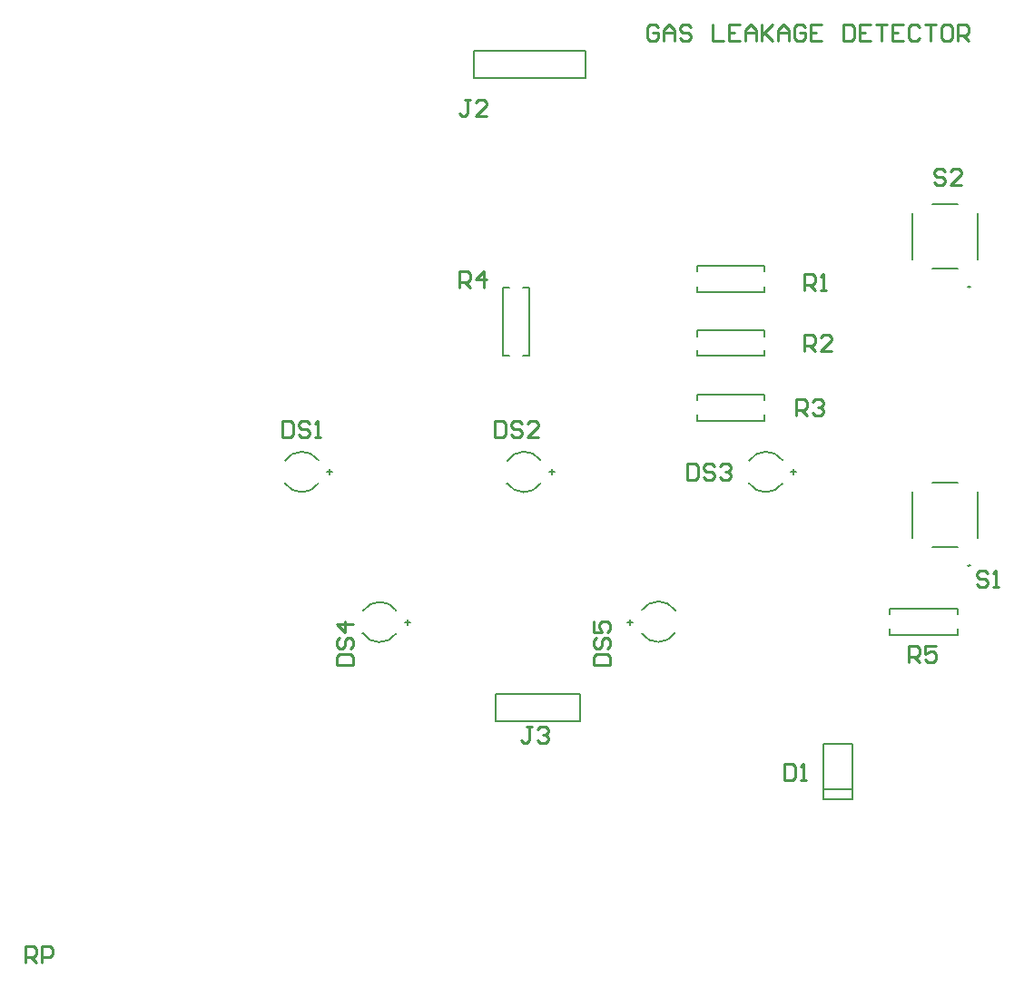
<source format=gto>
%FSLAX23Y23*%
%MOIN*%
%SFA1B1*%

%IPPOS*%
%ADD10C,0.007870*%
%ADD11C,0.005000*%
%ADD12C,0.010000*%
%LNpcb2-1*%
%LPD*%
G54D10*
X5084Y3029D02*
D01*
D01*
G75*
G03X5207Y3027I62J41D01*
G74*G01*
Y3114D02*
D01*
D01*
G75*
G03X5084Y3112I-60J-43D01*
G74*G01*
X4677Y2562D02*
D01*
D01*
G75*
G03X4554Y2561I-60J-43D01*
G74*G01*
Y2478D02*
D01*
D01*
G75*
G03X4677Y2476I62J41D01*
G74*G01*
X6785Y3750D02*
D01*
D01*
G75*
G03X6777I-3J0D01*
G74*G01*
D01*
G75*
G03X6785I3J0D01*
G74*G01*
Y2726D02*
D01*
D01*
G75*
G03X6777I-3J0D01*
G74*G01*
D01*
G75*
G03X6785I3J0D01*
G74*G01*
X5579Y2476D02*
D01*
D01*
G75*
G03X5702Y2478I60J43D01*
G74*G01*
Y2561D02*
D01*
D01*
G75*
G03X5579Y2563I-62J-41D01*
G74*G01*
X5972Y3029D02*
D01*
D01*
G75*
G03X6095Y3027I62J41D01*
G74*G01*
Y3114D02*
D01*
D01*
G75*
G03X5972Y3112I-60J-43D01*
G74*G01*
X4391Y3114D02*
D01*
D01*
G75*
G03X4268Y3112I-60J-43D01*
G74*G01*
Y3029D02*
D01*
D01*
G75*
G03X4391Y3027I62J41D01*
G74*G01*
X4963Y4516D02*
Y4616D01*
Y4516D02*
X5373D01*
Y4616*
X4963D02*
X5373D01*
X6246Y1903D02*
X6352D01*
Y1866D02*
Y2070D01*
X6246D02*
X6352D01*
X6246Y1866D02*
Y2070D01*
Y1866D02*
X6352D01*
X5240Y3070D02*
X5259D01*
X5250Y3061D02*
Y3080D01*
X4720Y2509D02*
Y2529D01*
X4710Y2519D02*
X4729D01*
X6738Y2546D02*
Y2566D01*
X6490Y2472D02*
Y2493D01*
X6738Y2472D02*
Y2493D01*
X6490Y2546D02*
Y2566D01*
X6738*
X6490Y2472D02*
X6738D01*
X5070Y3746D02*
X5091D01*
X5144Y3498D02*
X5165D01*
X5144Y3746D02*
X5165D01*
X5070Y3498D02*
X5091D01*
X5070D02*
Y3746D01*
X5165Y3498D02*
Y3746D01*
X6029Y3333D02*
Y3354D01*
X5781Y3259D02*
Y3280D01*
X6029Y3259D02*
Y3280D01*
X5781Y3333D02*
Y3354D01*
X6029*
X5781Y3259D02*
X6029D01*
Y3569D02*
Y3590D01*
X5781Y3496D02*
Y3516D01*
X6029Y3496D02*
Y3516D01*
X5781Y3569D02*
Y3590D01*
X6029*
X5781Y3496D02*
X6029D01*
Y3806D02*
Y3826D01*
X5781Y3732D02*
Y3752D01*
X6029Y3732D02*
Y3752D01*
X5781Y3806D02*
Y3826D01*
X6029*
X5781Y3732D02*
X6029D01*
X5351Y2154D02*
Y2254D01*
X5041D02*
X5351D01*
X5041Y2154D02*
Y2254D01*
Y2154D02*
X5351D01*
X5537Y2509D02*
Y2529D01*
X5527Y2519D02*
X5547D01*
X6127Y3070D02*
X6147D01*
X6137Y3061D02*
Y3080D01*
X4433Y3061D02*
Y3080D01*
X4424Y3070D02*
X4443D01*
G54D11*
X6646Y4055D02*
X6739D01*
X6646Y3818D02*
X6739D01*
X6574Y3851D02*
Y4022D01*
X6811Y3851D02*
Y4022D01*
X6646Y3031D02*
X6739D01*
X6646Y2795D02*
X6739D01*
X6574Y2827D02*
Y2999D01*
X6811Y2827D02*
Y2999D01*
G54D12*
X5640Y4705D02*
X5630Y4715D01*
X5610*
X5600Y4705*
Y4665*
X5610Y4655*
X5630*
X5640Y4665*
Y4685*
X5620*
X5660Y4655D02*
Y4695D01*
X5680Y4715*
X5700Y4695*
Y4655*
Y4685*
X5660*
X5760Y4705D02*
X5750Y4715D01*
X5730*
X5720Y4705*
Y4695*
X5730Y4685*
X5750*
X5760Y4675*
Y4665*
X5750Y4655*
X5730*
X5720Y4665*
X5840Y4715D02*
Y4655D01*
X5880*
X5940Y4715D02*
X5900D01*
Y4655*
X5940*
X5900Y4685D02*
X5920D01*
X5960Y4655D02*
Y4695D01*
X5980Y4715*
X6000Y4695*
Y4655*
Y4685*
X5960*
X6020Y4715D02*
Y4655D01*
Y4675*
X6060Y4715*
X6030Y4685*
X6060Y4655*
X6080D02*
Y4695D01*
X6100Y4715*
X6120Y4695*
Y4655*
Y4685*
X6080*
X6180Y4705D02*
X6170Y4715D01*
X6150*
X6140Y4705*
Y4665*
X6150Y4655*
X6170*
X6180Y4665*
Y4685*
X6160*
X6240Y4715D02*
X6200D01*
Y4655*
X6240*
X6200Y4685D02*
X6220D01*
X6320Y4715D02*
Y4655D01*
X6350*
X6360Y4665*
Y4705*
X6350Y4715*
X6320*
X6420D02*
X6380D01*
Y4655*
X6420*
X6380Y4685D02*
X6400D01*
X6440Y4715D02*
X6480D01*
X6460*
Y4655*
X6540Y4715D02*
X6500D01*
Y4655*
X6540*
X6500Y4685D02*
X6520D01*
X6600Y4705D02*
X6590Y4715D01*
X6570*
X6560Y4705*
Y4665*
X6570Y4655*
X6590*
X6600Y4665*
X6620Y4715D02*
X6660D01*
X6640*
Y4655*
X6710Y4715D02*
X6690D01*
X6680Y4705*
Y4665*
X6690Y4655*
X6710*
X6720Y4665*
Y4705*
X6710Y4715*
X6740Y4655D02*
Y4715D01*
X6770*
X6780Y4705*
Y4685*
X6770Y4675*
X6740*
X6760D02*
X6780Y4655D01*
X3317Y1269D02*
Y1329D01*
X3347*
X3357Y1319*
Y1299*
X3347Y1289*
X3317*
X3337D02*
X3357Y1269D01*
X3377D02*
Y1329D01*
X3407*
X3417Y1319*
Y1299*
X3407Y1289*
X3377*
X4950Y4439D02*
X4930D01*
X4940*
Y4389*
X4930Y4379*
X4920*
X4910Y4389*
X5010Y4379D02*
X4970D01*
X5010Y4419*
Y4429*
X5000Y4439*
X4980*
X4970Y4429*
X6101Y1998D02*
Y1938D01*
X6131*
X6141Y1948*
Y1988*
X6131Y1998*
X6101*
X6161Y1938D02*
X6181D01*
X6171*
Y1998*
X6161Y1988*
X4458Y2360D02*
X4518D01*
Y2390*
X4508Y2400*
X4468*
X4458Y2390*
Y2360*
X4468Y2460D02*
X4458Y2450D01*
Y2430*
X4468Y2420*
X4478*
X4488Y2430*
Y2450*
X4498Y2460*
X4508*
X4518Y2450*
Y2430*
X4508Y2420*
X4518Y2510D02*
X4458D01*
X4488Y2480*
Y2520*
X6691Y4174D02*
X6681Y4184D01*
X6661*
X6651Y4174*
Y4164*
X6661Y4154*
X6681*
X6691Y4144*
Y4134*
X6681Y4124*
X6661*
X6651Y4134*
X6751Y4124D02*
X6711D01*
X6751Y4164*
Y4174*
X6741Y4184*
X6721*
X6711Y4174*
X6850Y2697D02*
X6840Y2707D01*
X6820*
X6810Y2697*
Y2687*
X6820Y2677*
X6840*
X6850Y2667*
Y2657*
X6840Y2647*
X6820*
X6810Y2657*
X6870Y2647D02*
X6890D01*
X6880*
Y2707*
X6870Y2697*
X6558Y2370D02*
Y2430D01*
X6588*
X6598Y2420*
Y2400*
X6588Y2390*
X6558*
X6578D02*
X6598Y2370D01*
X6658Y2430D02*
X6618D01*
Y2400*
X6638Y2410*
X6648*
X6658Y2400*
Y2380*
X6648Y2370*
X6628*
X6618Y2380*
X4910Y3749D02*
Y3809D01*
X4940*
X4950Y3799*
Y3779*
X4940Y3769*
X4910*
X4930D02*
X4950Y3749D01*
X5000D02*
Y3809D01*
X4970Y3779*
X5010*
X6145Y3277D02*
Y3337D01*
X6175*
X6185Y3327*
Y3307*
X6175Y3297*
X6145*
X6165D02*
X6185Y3277D01*
X6205Y3327D02*
X6215Y3337D01*
X6235*
X6245Y3327*
Y3317*
X6235Y3307*
X6225*
X6235*
X6245Y3297*
Y3287*
X6235Y3277*
X6215*
X6205Y3287*
X6175Y3513D02*
Y3573D01*
X6205*
X6215Y3563*
Y3543*
X6205Y3533*
X6175*
X6195D02*
X6215Y3513D01*
X6275D02*
X6235D01*
X6275Y3553*
Y3563*
X6265Y3573*
X6245*
X6235Y3563*
X6175Y3739D02*
Y3799D01*
X6205*
X6215Y3789*
Y3769*
X6205Y3759*
X6175*
X6195D02*
X6215Y3739D01*
X6235D02*
X6255D01*
X6245*
Y3799*
X6235Y3789*
X5176Y2134D02*
X5156D01*
X5166*
Y2084*
X5156Y2074*
X5146*
X5136Y2084*
X5196Y2124D02*
X5206Y2134D01*
X5226*
X5236Y2124*
Y2114*
X5226Y2104*
X5216*
X5226*
X5236Y2094*
Y2084*
X5226Y2074*
X5206*
X5196Y2084*
X5403Y2360D02*
X5463D01*
Y2390*
X5453Y2400*
X5413*
X5403Y2390*
Y2360*
X5413Y2460D02*
X5403Y2450D01*
Y2430*
X5413Y2420*
X5423*
X5433Y2430*
Y2450*
X5443Y2460*
X5453*
X5463Y2450*
Y2430*
X5453Y2420*
X5403Y2520D02*
Y2480D01*
X5433*
X5423Y2500*
Y2510*
X5433Y2520*
X5453*
X5463Y2510*
Y2490*
X5453Y2480*
X5746Y3100D02*
Y3040D01*
X5776*
X5786Y3050*
Y3090*
X5776Y3100*
X5746*
X5846Y3090D02*
X5836Y3100D01*
X5816*
X5806Y3090*
Y3080*
X5816Y3070*
X5836*
X5846Y3060*
Y3050*
X5836Y3040*
X5816*
X5806Y3050*
X5866Y3090D02*
X5876Y3100D01*
X5896*
X5906Y3090*
Y3080*
X5896Y3070*
X5886*
X5896*
X5906Y3060*
Y3050*
X5896Y3040*
X5876*
X5866Y3050*
X5038Y3258D02*
Y3198D01*
X5068*
X5078Y3208*
Y3248*
X5068Y3258*
X5038*
X5138Y3248D02*
X5128Y3258D01*
X5108*
X5098Y3248*
Y3238*
X5108Y3228*
X5128*
X5138Y3218*
Y3208*
X5128Y3198*
X5108*
X5098Y3208*
X5198Y3198D02*
X5158D01*
X5198Y3238*
Y3248*
X5188Y3258*
X5168*
X5158Y3248*
X4260Y3258D02*
Y3198D01*
X4290*
X4300Y3208*
Y3248*
X4290Y3258*
X4260*
X4360Y3248D02*
X4350Y3258D01*
X4330*
X4320Y3248*
Y3238*
X4330Y3228*
X4350*
X4360Y3218*
Y3208*
X4350Y3198*
X4330*
X4320Y3208*
X4380Y3198D02*
X4400D01*
X4390*
Y3258*
X4380Y3248*
M02*
</source>
